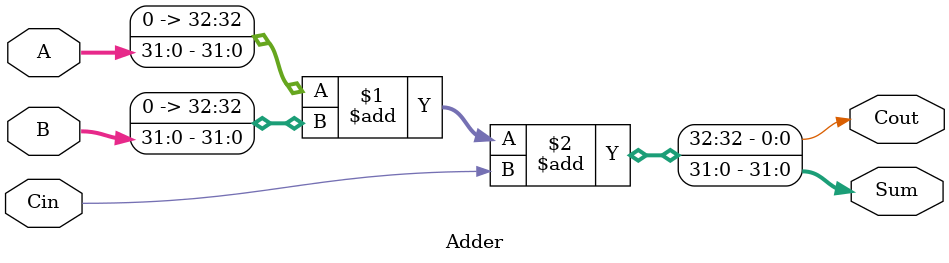
<source format=v>
module Adder #(parameter N = 32) (
    input  wire [N-1:0] A,
    input  wire [N-1:0] B,
    input  wire         Cin,
    output wire [N-1:0] Sum,
    output wire         Cout
);

    assign {Cout, Sum} = {1'b0, A} + {1'b0, B} + Cin;

endmodule
</source>
